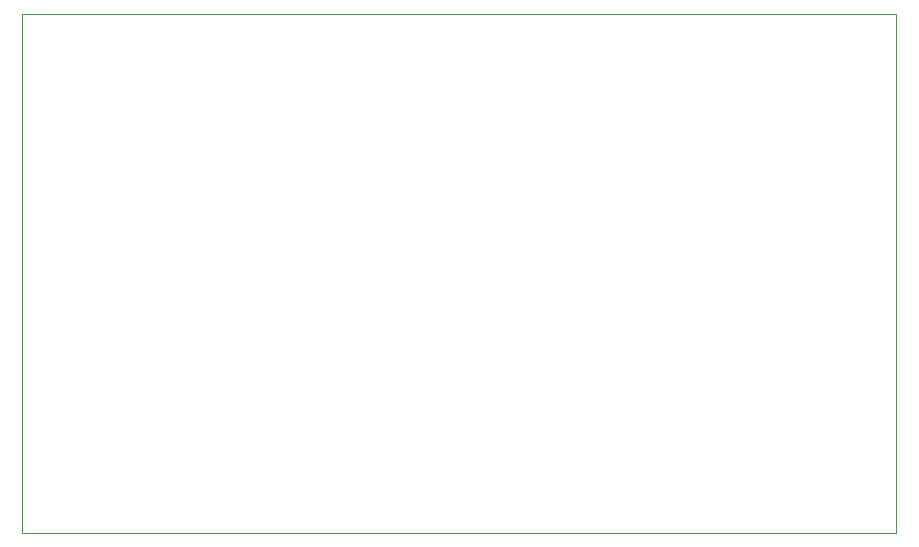
<source format=gbr>
%TF.GenerationSoftware,KiCad,Pcbnew,(6.0.0)*%
%TF.CreationDate,2022-03-05T02:50:21+09:00*%
%TF.ProjectId,latton rt,6c617474-6f6e-4207-9274-2e6b69636164,rev?*%
%TF.SameCoordinates,Original*%
%TF.FileFunction,Profile,NP*%
%FSLAX46Y46*%
G04 Gerber Fmt 4.6, Leading zero omitted, Abs format (unit mm)*
G04 Created by KiCad (PCBNEW (6.0.0)) date 2022-03-05 02:50:21*
%MOMM*%
%LPD*%
G01*
G04 APERTURE LIST*
%TA.AperFunction,Profile*%
%ADD10C,0.100000*%
%TD*%
G04 APERTURE END LIST*
D10*
X187000000Y-77000000D02*
X113000000Y-77000000D01*
X113000000Y-121000000D02*
X159000000Y-121000000D01*
X159000000Y-121000000D02*
X187000000Y-121000000D01*
X113000000Y-121000000D02*
X113000000Y-77000000D01*
X187000000Y-77000000D02*
X187000000Y-121000000D01*
M02*

</source>
